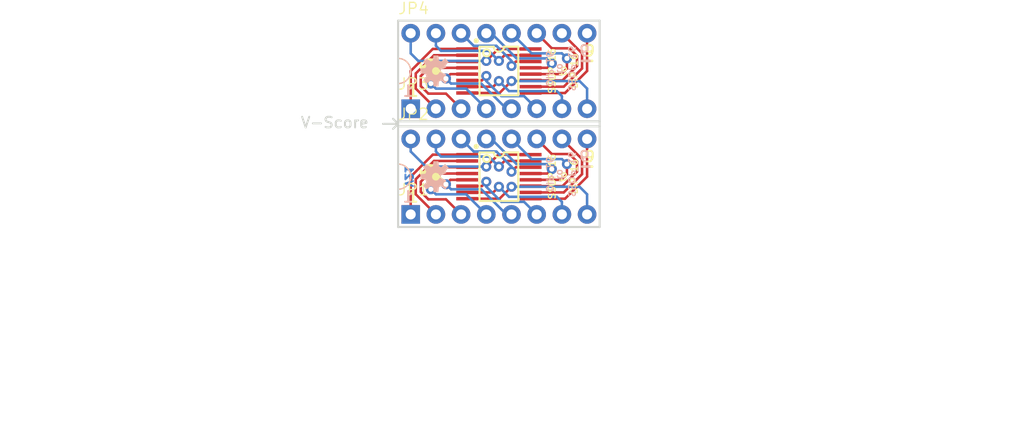
<source format=kicad_pcb>
(kicad_pcb (version 20211014) (generator pcbnew)
  (layers (0 "F.Cu" signal) (31 "B.Cu" signal) (34 "B.Paste" user) (35 "F.Paste" user) (36 "B.SilkS" user "B.Silkscreen") (37 "F.SilkS" user "F.Silkscreen") (38 "B.Mask" user) (39 "F.Mask" user) (44 "Edge.Cuts" user))
  (net 0 "")
  (net 1 "N$9")
  (net 2 "N$10")
  (net 3 "N$11")
  (net 4 "N$12")
  (net 5 "N$13")
  (net 6 "N$14")
  (net 7 "N$15")
  (net 8 "N$16")
  (net 9 "N$1")
  (net 10 "N$2")
  (net 11 "N$3")
  (net 12 "N$4")
  (net 13 "N$5")
  (net 14 "N$6")
  (net 15 "N$7")
  (net 16 "N$8")
  (net 17 "N$17")
  (net 18 "N$18")
  (net 19 "N$19")
  (net 20 "N$20")
  (net 21 "N$21")
  (net 22 "N$22")
  (net 23 "N$23")
  (net 24 "N$24")
  (net 25 "N$25")
  (net 26 "N$26")
  (net 27 "N$27")
  (net 28 "N$28")
  (net 29 "N$29")
  (net 30 "N$30")
  (net 31 "N$31")
  (net 32 "N$32")
  (footprint "boardEagle:1X08_NO_SILK" (layer "F.Cu") (at 140.3731 106.5276)
    (fp_text reference "JP2" (at -1.3462 -1.8288) (layer "F.SilkS") (effects (font (size 1.143 1.143) (thickness 0.127)) (justify left bottom)))
    (fp_text value "")
    (pad "1" thru_hole circle (at 0 0 90) (size 1.8796 1.8796) (drill 1.016) (layers *.Cu *.Mask) (net 1 "N$9"))
    (pad "2" thru_hole circle (at 2.54 0 90) (size 1.8796 1.8796) (drill 1.016) (layers *.Cu *.Mask) (net 2 "N$10"))
    (pad "3" thru_hole circle (at 5.08 0 90) (size 1.8796 1.8796) (drill 1.016) (layers *.Cu *.Mask) (net 3 "N$11"))
    (pad "4" thru_hole circle (at 7.62 0 90) (size 1.8796 1.8796) (drill 1.016) (layers *.Cu *.Mask) (net 4 "N$12"))
    (pad "5" thru_hole circle (at 10.16 0 90) (size 1.8796 1.8796) (drill 1.016) (layers *.Cu *.Mask) (net 5 "N$13"))
    (pad "6" thru_hole circle (at 12.7 0 90) (size 1.8796 1.8796) (drill 1.016) (layers *.Cu *.Mask) (net 6 "N$14"))
    (pad "7" thru_hole circle (at 15.24 0 90) (size 1.8796 1.8796) (drill 1.016) (layers *.Cu *.Mask) (net 7 "N$15"))
    (pad "8" thru_hole circle (at 17.78 0 90) (size 1.8796 1.8796) (drill 1.016) (layers *.Cu *.Mask) (net 8 "N$16"))
  )
  (footprint "boardEagle:SFE_LOGO_FLAME_.1" (layer "F.Cu") (at 144.1831 100.4316 90)
    (fp_text reference "LOGO2" hide)
    (fp_text value "SFE_LOGO_FLAME.1_INCH" hide)
    (fp_poly (pts (xy 1.412844 -2.906175) (xy 1.560112 -2.832541) (xy 1.605026 -2.798855) (xy 1.681982 -2.7219) (xy 1.571006 -2.7219) (xy 1.551005 -2.7319) (xy 1.504689 -2.7319) (xy 1.468361 -2.722818) (xy 1.422477 -2.713641) (xy 1.39011 -2.697457) (xy 1.358081 -2.673436) (xy 1.343019 -2.650843) (xy 1.335288 -2.635381) (xy 1.3281 -2.613817) (xy 1.3281 -2.564689) (xy 1.335361 -2.535643) (xy 1.369607 -2.484275) (xy 1.425028 -2.428854) (xy 1.462016 -2.401113) (xy 1.489157 -2.383019) (xy 1.523301 -2.365947) (xy 1.594689 -2.3481) (xy 1.613817 -2.3481) (xy 1.629419 -2.353301) (xy 1.648687 -2.372569) (xy 1.654712 -2.384619) (xy 1.6619 -2.406183) (xy 1.6619 -2.558742) (xy 1.804838 -2.469406) (xy 1.890505 -2.373031) (xy 1.964662 -2.256498) (xy 2.016968 -2.099579) (xy 2.048309 -1.932428) (xy 2.037811 -1.753974) (xy 1.985628 -1.555678) (xy 1.881878 -1.368928) (xy 1.808618 -1.274737) (xy 1.726044 -1.192162) (xy 1.642524 -1.119083) (xy 1.536984 -1.055759) (xy 1.432127 -1.013816) (xy 1.318165 -0.982735) (xy 1.193153 -0.9619) (xy 1.003156 -0.9619) (xy 0.953397 -0.953607) (xy 0.863627 -0.899745) (xy 0.767974 -0.804092) (xy 0.647975 -0.664094) (xy 0.528159 -0.544277) (xy 0.478163 -0.484281) (xy 0.430255 -0.436373) (xy 0.400257 -0.386376) (xy 0.2819 -0.268018) (xy 0.2819 -1.732372) (xy 0.292559 -1.817641) (xy 0.314746 -1.895296) (xy 0.380852 -2.005474) (xy 0.436664 -2.050123) (xy 0.481171 -2.083503) (xy 0.539098 -2.106674) (xy 0.59313 -2.117481) (xy 0.656847 -2.1281) (xy 0.788994 -2.1281) (xy 0.884319 -2.080438) (xy 0.832569 -2.028687) (xy 0.784617 -2.004711) (xy 0.760581 -1.996699) (xy 0.713301 -1.949419) (xy 0.7081 -1.933817) (xy 0.7081 -1.906183) (xy 0.714532 -1.886888) (xy 0.729607 -1.864275) (xy 0.781412 -1.81247) (xy 0.820903 -1.796674) (xy 0.863772 -1.7881) (xy 0.935311 -1.7881) (xy 1.004357 -1.805361) (xy 1.053944 -1.83842) (xy 1.086004 -1.878495) (xy 1.1019 -1.926183) (xy 1.1019 -1.983091) (xy 1.077224 -2.048894) (xy 1.012268 -2.113851) (xy 0.931425 -2.204799) (xy 0.858661 -2.287958) (xy 0.804008 -2.386334) (xy 0.7819 -2.485818) (xy 0.7819 -2.576183) (xy 0.815289 -2.676349) (xy 0.871274 -2.765925) (xy 0.969046 -2.84197) (xy 1.087145 -2.906387) (xy 1.206565 -2.9281) (xy 1.314182 -2.9281)) (layer "F.SilkS") (width 0) (fill solid))
  )
  (footprint "boardEagle:1X08_NO_SILK" (layer "F.Cu") (at 140.3731 95.8596)
    (fp_text reference "JP4" (at -1.3462 -1.8288) (layer "F.SilkS") (effects (font (size 1.143 1.143) (thickness 0.127)) (justify left bottom)))
    (fp_text value "")
    (pad "1" thru_hole circle (at 0 0 90) (size 1.8796 1.8796) (drill 1.016) (layers *.Cu *.Mask) (net 17 "N$17"))
    (pad "2" thru_hole circle (at 2.54 0 90) (size 1.8796 1.8796) (drill 1.016) (layers *.Cu *.Mask) (net 18 "N$18"))
    (pad "3" thru_hole circle (at 5.08 0 90) (size 1.8796 1.8796) (drill 1.016) (layers *.Cu *.Mask) (net 19 "N$19"))
    (pad "4" thru_hole circle (at 7.62 0 90) (size 1.8796 1.8796) (drill 1.016) (layers *.Cu *.Mask) (net 20 "N$20"))
    (pad "5" thru_hole circle (at 10.16 0 90) (size 1.8796 1.8796) (drill 1.016) (layers *.Cu *.Mask) (net 21 "N$21"))
    (pad "6" thru_hole circle (at 12.7 0 90) (size 1.8796 1.8796) (drill 1.016) (layers *.Cu *.Mask) (net 22 "N$22"))
    (pad "7" thru_hole circle (at 15.24 0 90) (size 1.8796 1.8796) (drill 1.016) (layers *.Cu *.Mask) (net 23 "N$23"))
    (pad "8" thru_hole circle (at 17.78 0 90) (size 1.8796 1.8796) (drill 1.016) (layers *.Cu *.Mask) (net 24 "N$24"))
  )
  (footprint "boardEagle:1X08_PIN1_NO_SILK" (layer "F.Cu") (at 140.3731 114.1476)
    (fp_text reference "JP1" (at -1.3462 -1.8288) (layer "F.SilkS") (effects (font (size 1.143 1.143) (thickness 0.127)) (justify left bottom)))
    (fp_text value "")
    (pad "1" thru_hole rect (at 0 0 90) (size 1.8796 1.8796) (drill 1.016) (layers *.Cu *.Mask) (net 9 "N$1"))
    (pad "2" thru_hole circle (at 2.54 0 90) (size 1.8796 1.8796) (drill 1.016) (layers *.Cu *.Mask) (net 10 "N$2"))
    (pad "3" thru_hole circle (at 5.08 0 90) (size 1.8796 1.8796) (drill 1.016) (layers *.Cu *.Mask) (net 11 "N$3"))
    (pad "4" thru_hole circle (at 7.62 0 90) (size 1.8796 1.8796) (drill 1.016) (layers *.Cu *.Mask) (net 12 "N$4"))
    (pad "5" thru_hole circle (at 10.16 0 90) (size 1.8796 1.8796) (drill 1.016) (layers *.Cu *.Mask) (net 13 "N$5"))
    (pad "6" thru_hole circle (at 12.7 0 90) (size 1.8796 1.8796) (drill 1.016) (layers *.Cu *.Mask) (net 14 "N$6"))
    (pad "7" thru_hole circle (at 15.24 0 90) (size 1.8796 1.8796) (drill 1.016) (layers *.Cu *.Mask) (net 15 "N$7"))
    (pad "8" thru_hole circle (at 17.78 0 90) (size 1.8796 1.8796) (drill 1.016) (layers *.Cu *.Mask) (net 16 "N$8"))
  )
  (footprint "boardEagle:SFE_LOGO_FLAME_.1" (layer "F.Cu") (at 144.1831 111.0996 90)
    (fp_text reference "LOGO1" hide)
    (fp_text value "SFE_LOGO_FLAME.1_INCH" hide)
    (fp_poly (pts (xy 1.412844 -2.906175) (xy 1.560112 -2.832541) (xy 1.605026 -2.798855) (xy 1.681982 -2.7219) (xy 1.571006 -2.7219) (xy 1.551005 -2.7319) (xy 1.504689 -2.7319) (xy 1.468361 -2.722818) (xy 1.422477 -2.713641) (xy 1.39011 -2.697457) (xy 1.358081 -2.673436) (xy 1.343019 -2.650843) (xy 1.335288 -2.635381) (xy 1.3281 -2.613817) (xy 1.3281 -2.564689) (xy 1.335361 -2.535643) (xy 1.369607 -2.484275) (xy 1.425028 -2.428854) (xy 1.462016 -2.401113) (xy 1.489157 -2.383019) (xy 1.523301 -2.365947) (xy 1.594689 -2.3481) (xy 1.613817 -2.3481) (xy 1.629419 -2.353301) (xy 1.648687 -2.372569) (xy 1.654712 -2.384619) (xy 1.6619 -2.406183) (xy 1.6619 -2.558742) (xy 1.804838 -2.469406) (xy 1.890505 -2.373031) (xy 1.964662 -2.256498) (xy 2.016968 -2.099579) (xy 2.048309 -1.932428) (xy 2.037811 -1.753974) (xy 1.985628 -1.555678) (xy 1.881878 -1.368928) (xy 1.808618 -1.274737) (xy 1.726044 -1.192162) (xy 1.642524 -1.119083) (xy 1.536984 -1.055759) (xy 1.432127 -1.013816) (xy 1.318165 -0.982735) (xy 1.193153 -0.9619) (xy 1.003156 -0.9619) (xy 0.953397 -0.953607) (xy 0.863627 -0.899745) (xy 0.767974 -0.804092) (xy 0.647975 -0.664094) (xy 0.528159 -0.544277) (xy 0.478163 -0.484281) (xy 0.430255 -0.436373) (xy 0.400257 -0.386376) (xy 0.2819 -0.268018) (xy 0.2819 -1.732372) (xy 0.292559 -1.817641) (xy 0.314746 -1.895296) (xy 0.380852 -2.005474) (xy 0.436664 -2.050123) (xy 0.481171 -2.083503) (xy 0.539098 -2.106674) (xy 0.59313 -2.117481) (xy 0.656847 -2.1281) (xy 0.788994 -2.1281) (xy 0.884319 -2.080438) (xy 0.832569 -2.028687) (xy 0.784617 -2.004711) (xy 0.760581 -1.996699) (xy 0.713301 -1.949419) (xy 0.7081 -1.933817) (xy 0.7081 -1.906183) (xy 0.714532 -1.886888) (xy 0.729607 -1.864275) (xy 0.781412 -1.81247) (xy 0.820903 -1.796674) (xy 0.863772 -1.7881) (xy 0.935311 -1.7881) (xy 1.004357 -1.805361) (xy 1.053944 -1.83842) (xy 1.086004 -1.878495) (xy 1.1019 -1.926183) (xy 1.1019 -1.983091) (xy 1.077224 -2.048894) (xy 1.012268 -2.113851) (xy 0.931425 -2.204799) (xy 0.858661 -2.287958) (xy 0.804008 -2.386334) (xy 0.7819 -2.485818) (xy 0.7819 -2.576183) (xy 0.815289 -2.676349) (xy 0.871274 -2.765925) (xy 0.969046 -2.84197) (xy 1.087145 -2.906387) (xy 1.206565 -2.9281) (xy 1.314182 -2.9281)) (layer "F.SilkS") (width 0) (fill solid))
  )
  (footprint "boardEagle:CREATIVE_COMMONS" (layer "F.Cu") (at 119.2911 136.2456)
    (fp_text reference "FRAME1" hide)
    (fp_text value "FRAME-LETTER" hide)
  )
  (footprint "boardEagle:SSOP16" (layer "F.Cu") (at 149.2631 110.3376 -90)
    (fp_text reference "U1" (at -1.8 -0.9 -90) (layer "F.SilkS") (effects (font (size 0.280416 0.280416) (thickness 0.024384)) (justify left bottom)))
    (fp_text value "SSOP16")
    (fp_line (start 2.45 1.95) (end -2.45 1.95) (layer "F.SilkS") (width 0.2032))
    (fp_line (start 2.45 -1.95) (end -2.45 -1.95) (layer "F.SilkS") (width 0.2032))
    (fp_line (start 2.45 -1.95) (end 2.45 1.95) (layer "F.SilkS") (width 0.2032))
    (fp_line (start -2.45 -1.95) (end -2.45 -0.508) (layer "F.SilkS") (width 0.2032))
    (fp_line (start -2.45 0.508) (end -2.45 1.95) (layer "F.SilkS") (width 0.2032))
    (fp_arc (start -2.45 -0.508) (mid -1.942 0) (end -2.45 0.508) (layer "F.SilkS") (width 0.2032))
    (fp_circle (center -3.048 2.286) (end -2.921 2.286) (layer "F.SilkS") (width 0.254) (fill solid))
    (fp_circle (center -1.82 1.23) (end -1.4662 1.23) (layer "F.SilkS") (width 0.2032) (fill none))
    (pad "P$1" smd rect (at -2.2225 3.2 270) (size 0.35 2.2) (layers "F.Cu" "F.Paste" "F.Mask") (net 9 "N$1"))
    (pad "P$2" smd rect (at -1.5875 3.2 270) (size 0.35 2.2) (layers "F.Cu" "F.Paste" "F.Mask") (net 10 "N$2"))
    (pad "P$3" smd rect (at -0.9525 3.2 270) (size 0.35 2.2) (layers "F.Cu" "F.Paste" "F.Mask") (net 11 "N$3"))
    (pad "P$4" smd rect (at -0.3175 3.2 270) (size 0.35 2.2) (layers "F.Cu" "F.Paste" "F.Mask") (net 12 "N$4"))
    (pad "P$5" smd rect (at 0.3175 3.2 270) (size 0.35 2.2) (layers "F.Cu" "F.Paste" "F.Mask") (net 13 "N$5"))
    (pad "P$6" smd rect (at 0.9525 3.2 270) (size 0.35 2.2) (layers "F.Cu" "F.Paste" "F.Mask") (net 14 "N$6"))
    (pad "P$7" smd rect (at 1.5875 3.2 270) (size 0.35 2.2) (layers "F.Cu" "F.Paste" "F.Mask") (net 15 "N$7"))
    (pad "P$8" smd rect (at 2.2225 3.2 270) (size 0.35 2.2) (layers "F.Cu" "F.Paste" "F.Mask") (net 16 "N$8"))
    (pad "P$9" smd rect (at 2.2225 -3.2 90) (size 0.35 2.2) (layers "F.Cu" "F.Paste" "F.Mask") (net 8 "N$16"))
    (pad "P$10" smd rect (at 1.5875 -3.2 90) (size 0.35 2.2) (layers "F.Cu" "F.Paste" "F.Mask") (net 7 "N$15"))
    (pad "P$11" smd rect (at 0.9525 -3.2 90) (size 0.35 2.2) (layers "F.Cu" "F.Paste" "F.Mask") (net 6 "N$14"))
    (pad "P$12" smd rect (at 0.3175 -3.2 90) (size 0.35 2.2) (layers "F.Cu" "F.Paste" "F.Mask") (net 5 "N$13"))
    (pad "P$13" smd rect (at -0.3175 -3.2 90) (size 0.35 2.2) (layers "F.Cu" "F.Paste" "F.Mask") (net 4 "N$12"))
    (pad "P$14" smd rect (at -0.9525 -3.2 90) (size 0.35 2.2) (layers "F.Cu" "F.Paste" "F.Mask") (net 3 "N$11"))
    (pad "P$15" smd rect (at -1.5875 -3.2 90) (size 0.35 2.2) (layers "F.Cu" "F.Paste" "F.Mask") (net 2 "N$10"))
    (pad "P$16" smd rect (at -2.2225 -3.2 90) (size 0.35 2.2) (layers "F.Cu" "F.Paste" "F.Mask") (net 1 "N$9"))
  )
  (footprint "boardEagle:1X08_PIN1_NO_SILK" (layer "F.Cu") (at 140.3731 103.4796)
    (fp_text reference "JP3" (at -1.3462 -1.8288) (layer "F.SilkS") (effects (font (size 1.143 1.143) (thickness 0.127)) (justify left bottom)))
    (fp_text value "")
    (pad "1" thru_hole rect (at 0 0 90) (size 1.8796 1.8796) (drill 1.016) (layers *.Cu *.Mask) (net 25 "N$25"))
    (pad "2" thru_hole circle (at 2.54 0 90) (size 1.8796 1.8796) (drill 1.016) (layers *.Cu *.Mask) (net 26 "N$26"))
    (pad "3" thru_hole circle (at 5.08 0 90) (size 1.8796 1.8796) (drill 1.016) (layers *.Cu *.Mask) (net 27 "N$27"))
    (pad "4" thru_hole circle (at 7.62 0 90) (size 1.8796 1.8796) (drill 1.016) (layers *.Cu *.Mask) (net 28 "N$28"))
    (pad "5" thru_hole circle (at 10.16 0 90) (size 1.8796 1.8796) (drill 1.016) (layers *.Cu *.Mask) (net 29 "N$29"))
    (pad "6" thru_hole circle (at 12.7 0 90) (size 1.8796 1.8796) (drill 1.016) (layers *.Cu *.Mask) (net 30 "N$30"))
    (pad "7" thru_hole circle (at 15.24 0 90) (size 1.8796 1.8796) (drill 1.016) (layers *.Cu *.Mask) (net 31 "N$31"))
    (pad "8" thru_hole circle (at 17.78 0 90) (size 1.8796 1.8796) (drill 1.016) (layers *.Cu *.Mask) (net 32 "N$32"))
  )
  (footprint "boardEagle:SSOP16" (layer "F.Cu") (at 149.2631 99.6696 -90)
    (fp_text reference "U2" (at -1.8 -0.9 -90) (layer "F.SilkS") (effects (font (size 0.280416 0.280416) (thickness 0.024384)) (justify left bottom)))
    (fp_text value "SSOP16")
    (fp_line (start -2.45 -1.95) (end -2.45 -0.508) (layer "F.SilkS") (width 0.2032))
    (fp_line (start 2.45 1.95) (end -2.45 1.95) (layer "F.SilkS") (width 0.2032))
    (fp_line (start 2.45 -1.95) (end 2.45 1.95) (layer "F.SilkS") (width 0.2032))
    (fp_line (start -2.45 0.508) (end -2.45 1.95) (layer "F.SilkS") (width 0.2032))
    (fp_line (start 2.45 -1.95) (end -2.45 -1.95) (layer "F.SilkS") (width 0.2032))
    (fp_arc (start -2.45 -0.508) (mid -1.942 0) (end -2.45 0.508) (layer "F.SilkS") (width 0.2032))
    (fp_circle (center -1.82 1.23) (end -1.4662 1.23) (layer "F.SilkS") (width 0.2032) (fill none))
    (fp_circle (center -3.048 2.286) (end -2.921 2.286) (layer "F.SilkS") (width 0.254) (fill solid))
    (pad "P$1" smd rect (at -2.2225 3.2 270) (size 0.35 2.2) (layers "F.Cu" "F.Paste" "F.Mask") (net 25 "N$25"))
    (pad "P$2" smd rect (at -1.5875 3.2 270) (size 0.35 2.2) (layers "F.Cu" "F.Paste" "F.Mask") (net 26 "N$26"))
    (pad "P$3" smd rect (at -0.9525 3.2 270) (size 0.35 2.2) (layers "F.Cu" "F.Paste" "F.Mask") (net 27 "N$27"))
    (pad "P$4" smd rect (at -0.3175 3.2 270) (size 0.35 2.2) (layers "F.Cu" "F.Paste" "F.Mask") (net 28 "N$28"))
    (pad "P$5" smd rect (at 0.3175 3.2 270) (size 0.35 2.2) (layers "F.Cu" "F.Paste" "F.Mask") (net 29 "N$29"))
    (pad "P$6" smd rect (at 0.9525 3.2 270) (size 0.35 2.2) (layers "F.Cu" "F.Paste" "F.Mask") (net 30 "N$30"))
    (pad "P$7" smd rect (at 1.5875 3.2 270) (size 0.35 2.2) (layers "F.Cu" "F.Paste" "F.Mask") (net 31 "N$31"))
    (pad "P$8" smd rect (at 2.2225 3.2 270) (size 0.35 2.2) (layers "F.Cu" "F.Paste" "F.Mask") (net 32 "N$32"))
    (pad "P$9" smd rect (at 2.2225 -3.2 90) (size 0.35 2.2) (layers "F.Cu" "F.Paste" "F.Mask") (net 24 "N$24"))
    (pad "P$10" smd rect (at 1.5875 -3.2 90) (size 0.35 2.2) (layers "F.Cu" "F.Paste" "F.Mask") (net 23 "N$23"))
    (pad "P$11" smd rect (at 0.9525 -3.2 90) (size 0.35 2.2) (layers "F.Cu" "F.Paste" "F.Mask") (net 22 "N$22"))
    (pad "P$12" smd rect (at 0.3175 -3.2 90) (size 0.35 2.2) (layers "F.Cu" "F.Paste" "F.Mask") (net 21 "N$21"))
    (pad "P$13" smd rect (at -0.3175 -3.2 90) (size 0.35 2.2) (layers "F.Cu" "F.Paste" "F.Mask") (net 20 "N$20"))
    (pad "P$14" smd rect (at -0.9525 -3.2 90) (size 0.35 2.2) (layers "F.Cu" "F.Paste" "F.Mask") (net 19 "N$19"))
    (pad "P$15" smd rect (at -1.5875 -3.2 90) (size 0.35 2.2) (layers "F.Cu" "F.Paste" "F.Mask") (net 18 "N$18"))
    (pad "P$16" smd rect (at -2.2225 -3.2 90) (size 0.35 2.2) (layers "F.Cu" "F.Paste" "F.Mask") (net 17 "N$17"))
  )
  (footprint "boardEagle:OSHW-LOGO-S" (layer "B.Cu") (at 142.9131 110.3376 -90)
    (fp_text reference "LOGO3" hide)
    (fp_text value "OSHW-LOGOS" hide)
    (fp_poly (pts (xy 0.301647 1.061351) (xy 0.42347 1.022344) (xy 0.537177 0.963769) (xy 0.92862 1.282946) (xy 1.282946 0.92862) (xy 0.961035 0.533823) (xy 1.057046 0.302084) (xy 1.5638 0.250561) (xy 1.5638 -0.250561) (xy 1.057046 -0.302084) (xy 0.961035 -0.533823) (xy 1.282946 -0.92862) (xy 0.92862 -1.282946) (xy 0.537177 -0.96377) (xy 0.356601 -1.056794) (xy 0.088679 -0.410073) (xy 0.326262 -0.2176) (xy 0.373649 -0.121468) (xy 0.392729 -0.010339) (xy 0.379464 0.101634) (xy 0.334947 0.205229) (xy 0.262842 0.291918) (xy 0.169087 0.354561) (xy 0.061406 0.387999) (xy -0.051342 0.38948) (xy -0.159868 0.358881) (xy -0.255234 0.298724) (xy -0.329589 0.213962) (xy -0.376813 0.111569) (xy -0.392176 0.005767) (xy -0.322923 -0.222565) (xy -0.249312 -0.303773) (xy 0.091677 -0.5081) (xy -0.12929 -0.5081) (xy -0.355332 -1.053732) (xy -0.506597 -0.983577) (xy -0.538922 -0.965192) (xy -0.92862 -1.282946) (xy -1.282946 -0.92862) (xy -0.961035 -0.533823) (xy -1.057046 -0.302084) (xy -1.5638 -0.250561) (xy -1.5638 0.250561) (xy -1.057046 0.302084) (xy -0.961035 0.533823) (xy -1.282946 0.92862) (xy -0.92862 1.282946) (xy -0.533823 0.961035) (xy -0.302084 1.057046) (xy -0.250561 1.5638) (xy 0.250561 1.5638)) (layer "B.SilkS") (width 0) (fill solid))
  )
  (footprint "boardEagle:OSHW-LOGO-S" (layer "B.Cu") (at 142.9131 99.6696 -90)
    (fp_text reference "LOGO4" hide)
    (fp_text value "OSHW-LOGOS" hide)
    (fp_poly (pts (xy 0.301647 1.061351) (xy 0.42347 1.022344) (xy 0.537177 0.963769) (xy 0.92862 1.282946) (xy 1.282946 0.92862) (xy 0.961035 0.533823) (xy 1.057046 0.302084) (xy 1.5638 0.250561) (xy 1.5638 -0.250561) (xy 1.057046 -0.302084) (xy 0.961035 -0.533823) (xy 1.282946 -0.92862) (xy 0.92862 -1.282946) (xy 0.537177 -0.96377) (xy 0.356601 -1.056794) (xy 0.088679 -0.410073) (xy 0.326262 -0.2176) (xy 0.373649 -0.121468) (xy 0.392729 -0.010339) (xy 0.379464 0.101634) (xy 0.334947 0.205229) (xy 0.262842 0.291918) (xy 0.169087 0.354561) (xy 0.061406 0.387999) (xy -0.051342 0.38948) (xy -0.159868 0.358881) (xy -0.255234 0.298724) (xy -0.329589 0.213962) (xy -0.376813 0.111569) (xy -0.392176 0.005767) (xy -0.322923 -0.222565) (xy -0.249312 -0.303773) (xy 0.091677 -0.5081) (xy -0.12929 -0.5081) (xy -0.355332 -1.053732) (xy -0.506597 -0.983577) (xy -0.538922 -0.965192) (xy -0.92862 -1.282946) (xy -1.282946 -0.92862) (xy -0.961035 -0.533823) (xy -1.057046 -0.302084) (xy -1.5638 -0.250561) (xy -1.5638 0.250561) (xy -1.057046 0.302084) (xy -0.961035 0.533823) (xy -1.282946 0.92862) (xy -0.92862 1.282946) (xy -0.533823 0.961035) (xy -0.302084 1.057046) (xy -0.250561 1.5638) (xy 0.250561 1.5638)) (layer "B.SilkS") (width 0) (fill solid))
  )
  (gr_arc (start 139.1031 109.0676) (mid 140.3731 110.3376) (end 139.1031 111.6076) (layer "B.SilkS") (width 0.127))
  (gr_line (start 158.4071 109.3216) (end 157.6451 109.3216) (layer "B.SilkS") (width 0.254))
  (gr_line (start 158.4071 98.6536) (end 157.6451 98.6536) (layer "B.SilkS") (width 0.254))
  (gr_arc (start 139.1031 98.3996) (mid 140.3731 99.6696) (end 139.1031 100.9396) (layer "B.SilkS") (width 0.127))
  (gr_arc (start 139.1031 109.0676) (mid 140.3731 110.3376) (end 139.1031 111.6076) (layer "F.SilkS") (width 0.127))
  (gr_line (start 157.8991 98.6536) (end 158.6611 98.6536) (layer "F.SilkS") (width 0.254))
  (gr_arc (start 139.1031 98.3996) (mid 140.3731 99.6696) (end 139.1031 100.9396) (layer "F.SilkS") (width 0.127))
  (gr_line (start 157.8991 109.3216) (end 158.6611 109.3216) (layer "F.SilkS") (width 0.254))
  (gr_line (start 159.4231 115.4176) (end 159.4231 105.2576) (layer "Edge.Cuts") (width 0.2032))
  (gr_line (start 139.1031 104.7496) (end 139.1031 105.0036) (layer "Edge.Cuts") (width 0.2032))
  (gr_line (start 137.5791 105.0036) (end 139.1031 105.0036) (layer "Edge.Cuts") (width 0.2032))
  (gr_line (start 159.4231 104.7496) (end 139.1031 104.7496) (layer "Edge.Cuts") (width 0.2032))
  (gr_line (start 139.1031 105.0036) (end 138.5951 105.5116) (layer "Edge.Cuts") (width 0.2032))
  (gr_line (start 139.1031 105.0036) (end 139.1031 105.2576) (layer "Edge.Cuts") (width 0.2032))
  (gr_line (start 159.4231 104.7496) (end 159.4231 94.5896) (layer "Edge.Cuts") (width 0.2032))
  (gr_line (start 138.5951 104.4956) (end 139.1031 105.0036) (layer "Edge.Cuts") (width 0.2032))
  (gr_line (start 159.4231 94.5896) (end 139.1031 94.5896) (layer "Edge.Cuts") (width 0.2032))
  (gr_line (start 139.1031 105.2576) (end 139.1031 115.4176) (layer "Edge.Cuts") (width 0.2032))
  (gr_line (start 159.4231 104.7496) (end 159.4231 105.2576) (layer "Edge.Cuts") (width 0.2032))
  (gr_line (start 139.1031 104.7496) (end 139.1031 94.5896) (layer "Edge.Cuts") (width 0.2032))
  (gr_line (start 159.4231 105.2576) (end 139.1031 105.2576) (layer "Edge.Cuts") (width 0.2032))
  (gr_line (start 139.1031 115.4176) (end 159.4231 115.4176) (layer "Edge.Cuts") (width 0.2032))
  (gr_text "V21" (at 139.7381 111.4806 -90) (layer "B.Cu") (effects (font (size 0.762 0.762) (thickness 0.254)) (justify left bottom mirror)))
  (gr_text "SSOP 16\nto\nDIP 16" (at 155.4861 110.0836 -90) (layer "B.SilkS") (effects (font (size 0.69088 0.69088) (thickness 0.12192)) (justify mirror)))
  (gr_text "1" (at 140.7541 113.0046) (layer "B.SilkS") (effects (font (size 1.0795 1.0795) (thickness 0.1905)) (justify left bottom mirror)))
  (gr_text "9" (at 158.5341 108.9406) (layer "B.SilkS") (effects (font (size 1.0795 1.0795) (thickness 0.1905)) (justify left bottom mirror)))
  (gr_text "SSOP 16\nto\nDIP 16" (at 155.4861 99.4156 -90) (layer "B.SilkS") (effects (font (size 0.69088 0.69088) (thickness 0.12192)) (justify mirror)))
  (gr_text "9" (at 158.5341 98.2726) (layer "B.SilkS") (effects (font (size 1.0795 1.0795) (thickness 0.1905)) (justify left bottom mirror)))
  (gr_text "1" (at 140.7541 102.3366) (layer "B.SilkS") (effects (font (size 1.0795 1.0795) (thickness 0.1905)) (justify left bottom mirror)))
  (gr_text "1" (at 139.9921 102.3366) (layer "F.SilkS") (effects (font (size 1.0795 1.0795) (thickness 0.1905)) (justify left bottom)))
  (gr_text "SSOP 16\nto\nDIP 16" (at 155.7401 99.6696 90) (layer "F.SilkS") (effects (font (size 0.69088 0.69088) (thickness 0.12192))))
  (gr_text "1" (at 139.9921 113.0046) (layer "F.SilkS") (effects (font (size 1.0795 1.0795) (thickness 0.1905)) (justify left bottom)))
  (gr_text "9" (at 157.7721 108.9406) (layer "F.SilkS") (effects (font (size 1.0795 1.0795) (thickness 0.1905)) (justify left bottom)))
  (gr_text "SSOP 16\nto\nDIP 16" (at 155.7401 110.3376 90) (layer "F.SilkS") (effects (font (size 0.69088 0.69088) (thickness 0.12192))))
  (gr_text "9" (at 157.7721 98.2726) (layer "F.SilkS") (effects (font (size 1.0795 1.0795) (thickness 0.1905)) (justify left bottom)))
  (gr_text "V-Score" (at 129.1971 105.5116) (layer "Edge.Cuts") (effects (font (size 1.0795 1.0795) (thickness 0.1905)) (justify left bottom)))
  (segment (start 152.4631 108.1151) (end 149.1996 108.1151) (width 0.254) (layer "F.Cu") (net 1))
  (segment (start 149.1996 108.1151) (end 147.9931 109.3216) (width 0.254) (layer "F.Cu") (net 1))
  (via (at 147.9931 109.3216) (size 1.016) (drill 0.508) (layers "F.Cu" "B.Cu") (net 1))
  (segment (start 147.9931 109.3216) (end 141.8971 109.3216) (width 0.254) (layer "B.Cu") (net 1))
  (segment (start 140.3731 107.7976) (end 140.3731 106.5276) (width 0.254) (layer "B.Cu") (net 1))
  (segment (start 141.8971 109.3216) (end 140.3731 107.7976) (width 0.254) (layer "B.Cu") (net 1))
  (segment (start 149.8346 108.7501) (end 149.2631 109.3216) (width 0.254) (layer "F.Cu") (net 2))
  (segment (start 152.4631 108.7501) (end 149.8346 108.7501) (width 0.254) (layer "F.Cu") (net 2))
  (via (at 149.2631 109.3216) (size 1.016) (drill 0.508) (layers "F.Cu" "B.Cu") (net 2))
  (segment (start 148.2471 108.3056) (end 143.4211 108.3056) (width 0.254) (layer "B.Cu") (net 2))
  (segment (start 143.4211 108.3056) (end 142.9131 107.7976) (width 0.254) (layer "B.Cu") (net 2))
  (segment (start 149.2631 109.3216) (end 148.2471 108.3056) (width 0.254) (layer "B.Cu") (net 2))
  (segment (start 142.9131 107.7976) (end 142.9131 106.5276) (width 0.254) (layer "B.Cu") (net 2))
  (segment (start 150.9776 109.3851) (end 150.5331 109.8296) (width 0.254) (layer "F.Cu") (net 3))
  (segment (start 152.4631 109.3851) (end 150.9776 109.3851) (width 0.254) (layer "F.Cu") (net 3))
  (via (at 150.5331 109.8296) (size 1.016) (drill 0.508) (layers "F.Cu" "B.Cu") (net 3))
  (segment (start 149.0091 107.7976) (end 146.7231 107.7976) (width 0.254) (layer "B.Cu") (net 3))
  (segment (start 146.7231 107.7976) (end 145.4531 106.5276) (width 0.254) (layer "B.Cu") (net 3))
  (segment (start 150.5331 109.8296) (end 150.5331 109.3216) (width 0.254) (layer "B.Cu") (net 3))
  (segment (start 150.5331 109.3216) (end 149.0091 107.7976) (width 0.254) (layer "B.Cu") (net 3))
  (segment (start 152.4631 110.0201) (end 154.1526 110.0201) (width 0.254) (layer "F.Cu") (net 4))
  (segment (start 154.1526 110.0201) (end 154.5971 109.5756) (width 0.254) (layer "F.Cu") (net 4))
  (via (at 154.5971 109.5756) (size 1.016) (drill 0.508) (layers "F.Cu" "B.Cu") (net 4))
  (segment (start 154.0891 109.0676) (end 151.0411 109.0676) (width 0.254) (layer "B.Cu") (net 4))
  (segment (start 148.5011 106.5276) (end 147.9931 106.5276) (width 0.254) (layer "B.Cu") (net 4))
  (segment (start 154.5971 109.5756) (end 154.0891 109.0676) (width 0.254) (layer "B.Cu") (net 4))
  (segment (start 151.0411 109.0676) (end 148.5011 106.5276) (width 0.254) (layer "B.Cu") (net 4))
  (segment (start 155.5496 110.6551) (end 156.1211 110.0836) (width 0.254) (layer "F.Cu") (net 5))
  (segment (start 152.4631 110.6551) (end 155.5496 110.6551) (width 0.254) (layer "F.Cu") (net 5))
  (segment (start 156.1211 110.0836) (end 156.1211 109.0676) (width 0.254) (layer "F.Cu") (net 5))
  (via (at 156.1211 109.0676) (size 1.016) (drill 0.508) (layers "F.Cu" "B.Cu") (net 5))
  (segment (start 156.1211 109.0676) (end 155.6131 108.5596) (width 0.254) (layer "B.Cu") (net 5))
  (segment (start 152.5651 108.5596) (end 150.5331 106.5276) (width 0.254) (layer "B.Cu") (net 5))
  (segment (start 155.6131 108.5596) (end 152.5651 108.5596) (width 0.254) (layer "B.Cu") (net 5))
  (segment (start 157.1371 108.8136) (end 156.3751 108.0516) (width 0.254) (layer "F.Cu") (net 6))
  (segment (start 156.3751 108.0516) (end 154.5971 108.0516) (width 0.254) (layer "F.Cu") (net 6))
  (segment (start 154.5971 108.0516) (end 153.0731 106.5276) (width 0.254) (layer "F.Cu") (net 6))
  (segment (start 155.6766 111.2901) (end 157.1371 109.8296) (width 0.254) (layer "F.Cu") (net 6))
  (segment (start 157.1371 109.8296) (end 157.1371 108.8136) (width 0.254) (layer "F.Cu") (net 6))
  (segment (start 152.4631 111.2901) (end 155.6766 111.2901) (width 0.254) (layer "F.Cu") (net 6))
  (segment (start 152.4631 111.9251) (end 155.8036 111.9251) (width 0.254) (layer "F.Cu") (net 7))
  (segment (start 157.6451 108.5596) (end 155.6131 106.5276) (width 0.254) (layer "F.Cu") (net 7))
  (segment (start 155.8036 111.9251) (end 157.6451 110.0836) (width 0.254) (layer "F.Cu") (net 7))
  (segment (start 157.6451 110.0836) (end 157.6451 108.5596) (width 0.254) (layer "F.Cu") (net 7))
  (segment (start 155.9306 112.5601) (end 158.1531 110.3376) (width 0.254) (layer "F.Cu") (net 8))
  (segment (start 158.1531 106.5276) (end 158.1531 110.3376) (width 0.254) (layer "F.Cu") (net 8))
  (segment (start 152.4631 112.5601) (end 155.9306 112.5601) (width 0.254) (layer "F.Cu") (net 8))
  (segment (start 140.3731 110.3376) (end 140.3731 114.1476) (width 0.254) (layer "F.Cu") (net 9))
  (segment (start 146.0631 108.1151) (end 142.5956 108.1151) (width 0.254) (layer "F.Cu") (net 9))
  (segment (start 142.5956 108.1151) (end 140.3731 110.3376) (width 0.254) (layer "F.Cu") (net 9))
  (segment (start 142.7226 108.7501) (end 140.8811 110.5916) (width 0.254) (layer "F.Cu") (net 10))
  (segment (start 140.8811 110.5916) (end 140.8811 112.1156) (width 0.254) (layer "F.Cu") (net 10))
  (segment (start 146.0631 108.7501) (end 142.7226 108.7501) (width 0.254) (layer "F.Cu") (net 10))
  (segment (start 140.8811 112.1156) (end 142.9131 114.1476) (width 0.254) (layer "F.Cu") (net 10))
  (segment (start 143.9291 112.6236) (end 145.4531 114.1476) (width 0.254) (layer "F.Cu") (net 11))
  (segment (start 142.8496 109.3851) (end 141.3891 110.8456) (width 0.254) (layer "F.Cu") (net 11))
  (segment (start 146.0631 109.3851) (end 142.8496 109.3851) (width 0.254) (layer "F.Cu") (net 11))
  (segment (start 141.3891 110.8456) (end 141.3891 111.8616) (width 0.254) (layer "F.Cu") (net 11))
  (segment (start 142.1511 112.6236) (end 143.9291 112.6236) (width 0.254) (layer "F.Cu") (net 11))
  (segment (start 141.3891 111.8616) (end 142.1511 112.6236) (width 0.254) (layer "F.Cu") (net 11))
  (segment (start 142.9766 110.0201) (end 142.4051 110.5916) (width 0.254) (layer "F.Cu") (net 12))
  (segment (start 142.4051 111.6076) (end 142.4051 110.5916) (width 0.254) (layer "F.Cu") (net 12))
  (segment (start 146.0631 110.0201) (end 142.9766 110.0201) (width 0.254) (layer "F.Cu") (net 12))
  (via (at 142.4051 111.6076) (size 1.016) (drill 0.508) (layers "F.Cu" "B.Cu") (net 12))
  (segment (start 145.9611 112.1156) (end 142.9131 112.1156) (width 0.254) (layer "B.Cu") (net 12))
  (segment (start 147.9931 114.1476) (end 145.9611 112.1156) (width 0.254) (layer "B.Cu") (net 12))
  (segment (start 142.9131 112.1156) (end 142.4051 111.6076) (width 0.254) (layer "B.Cu") (net 12))
  (segment (start 144.3736 110.6551) (end 143.9291 111.0996) (width 0.254) (layer "F.Cu") (net 13))
  (segment (start 146.0631 110.6551) (end 144.3736 110.6551) (width 0.254) (layer "F.Cu") (net 13))
  (via (at 143.9291 111.0996) (size 1.016) (drill 0.508) (layers "F.Cu" "B.Cu") (net 13))
  (segment (start 147.4851 111.6076) (end 144.4371 111.6076) (width 0.254) (layer "B.Cu") (net 13))
  (segment (start 150.5331 114.1476) (end 150.0251 114.1476) (width 0.254) (layer "B.Cu") (net 13))
  (segment (start 144.4371 111.6076) (end 143.9291 111.0996) (width 0.254) (layer "B.Cu") (net 13))
  (segment (start 150.0251 114.1476) (end 147.4851 111.6076) (width 0.254) (layer "B.Cu") (net 13))
  (segment (start 146.0631 111.2901) (end 147.5486 111.2901) (width 0.254) (layer "F.Cu") (net 14))
  (segment (start 147.5486 111.2901) (end 147.9931 110.8456) (width 0.254) (layer "F.Cu") (net 14))
  (via (at 147.9931 110.8456) (size 1.016) (drill 0.508) (layers "F.Cu" "B.Cu") (net 14))
  (segment (start 151.8031 112.8776) (end 153.0731 114.1476) (width 0.254) (layer "B.Cu") (net 14))
  (segment (start 149.5171 112.8776) (end 151.8031 112.8776) (width 0.254) (layer "B.Cu") (net 14))
  (segment (start 147.9931 110.8456) (end 147.9931 111.3536) (width 0.254) (layer "B.Cu") (net 14))
  (segment (start 147.9931 111.3536) (end 149.5171 112.8776) (width 0.254) (layer "B.Cu") (net 14))
  (segment (start 146.0631 111.9251) (end 148.6916 111.9251) (width 0.254) (layer "F.Cu") (net 15))
  (segment (start 148.6916 111.9251) (end 149.2631 111.3536) (width 0.254) (layer "F.Cu") (net 15))
  (via (at 149.2631 111.3536) (size 1.016) (drill 0.508) (layers "F.Cu" "B.Cu") (net 15))
  (segment (start 155.6131 112.8776) (end 155.6131 114.1476) (width 0.254) (layer "B.Cu") (net 15))
  (segment (start 149.2631 111.3536) (end 150.2791 112.3696) (width 0.254) (layer "B.Cu") (net 15))
  (segment (start 150.2791 112.3696) (end 155.1051 112.3696) (width 0.254) (layer "B.Cu") (net 15))
  (segment (start 155.1051 112.3696) (end 155.6131 112.8776) (width 0.254) (layer "B.Cu") (net 15))
  (segment (start 150.5331 111.3536) (end 149.3266 112.5601) (width 0.254) (layer "F.Cu") (net 16))
  (segment (start 146.0631 112.5601) (end 149.3266 112.5601) (width 0.254) (layer "F.Cu") (net 16))
  (via (at 150.5331 111.3536) (size 1.016) (drill 0.508) (layers "F.Cu" "B.Cu") (net 16))
  (segment (start 150.5331 111.3536) (end 157.3911 111.3536) (width 0.254) (layer "B.Cu") (net 16))
  (segment (start 157.3911 111.3536) (end 158.1531 112.1156) (width 0.254) (layer "B.Cu") (net 16))
  (segment (start 158.1531 112.1156) (end 158.1531 114.1476) (width 0.254) (layer "B.Cu") (net 16))
  (segment (start 152.4631 97.4471) (end 149.1996 97.4471) (width 0.254) (layer "F.Cu") (net 17))
  (segment (start 149.1996 97.4471) (end 147.9931 98.6536) (width 0.254) (layer "F.Cu") (net 17))
  (via (at 147.9931 98.6536) (size 1.016) (drill 0.508) (layers "F.Cu" "B.Cu") (net 17))
  (segment (start 140.3731 97.8916) (end 140.3731 95.8596) (width 0.254) (layer "B.Cu") (net 17))
  (segment (start 147.9931 98.6536) (end 141.1351 98.6536) (width 0.254) (layer "B.Cu") (net 17))
  (segment (start 141.1351 98.6536) (end 140.3731 97.8916) (width 0.254) (layer "B.Cu") (net 17))
  (segment (start 149.8346 98.0821) (end 149.2631 98.6536) (width 0.254) (layer "F.Cu") (net 18))
  (segment (start 152.4631 98.0821) (end 149.8346 98.0821) (width 0.254) (layer "F.Cu") (net 18))
  (via (at 149.2631 98.6536) (size 1.016) (drill 0.508) (layers "F.Cu" "B.Cu") (net 18))
  (segment (start 148.2471 97.6376) (end 143.4211 97.6376) (width 0.254) (layer "B.Cu") (net 18))
  (segment (start 149.2631 98.6536) (end 148.2471 97.6376) (width 0.254) (layer "B.Cu") (net 18))
  (segment (start 142.9131 97.1296) (end 142.9131 95.8596) (width 0.254) (layer "B.Cu") (net 18))
  (segment (start 143.4211 97.6376) (end 142.9131 97.1296) (width 0.254) (layer "B.Cu") (net 18))
  (segment (start 152.4631 98.7171) (end 150.9776 98.7171) (width 0.254) (layer "F.Cu") (net 19))
  (segment (start 150.9776 98.7171) (end 150.5331 99.1616) (width 0.254) (layer "F.Cu") (net 19))
  (via (at 150.5331 99.1616) (size 1.016) (drill 0.508) (layers "F.Cu" "B.Cu") (net 19))
  (segment (start 146.7231 97.1296) (end 145.4531 95.8596) (width 0.254) (layer "B.Cu") (net 19))
  (segment (start 150.5331 99.1616) (end 150.5331 98.6536) (width 0.254) (layer "B.Cu") (net 19))
  (segment (start 149.0091 97.1296) (end 146.7231 97.1296) (width 0.254) (layer "B.Cu") (net 19))
  (segment (start 150.5331 98.6536) (end 149.0091 97.1296) (width 0.254) (layer "B.Cu") (net 19))
  (segment (start 154.1526 99.3521) (end 154.5971 98.9076) (width 0.254) (layer "F.Cu") (net 20))
  (segment (start 152.4631 99.3521) (end 154.1526 99.3521) (width 0.254) (layer "F.Cu") (net 20))
  (via (at 154.5971 98.9076) (size 1.016) (drill 0.508) (layers "F.Cu" "B.Cu") (net 20))
  (segment (start 154.0891 98.3996) (end 151.0411 98.3996) (width 0.254) (layer "B.Cu") (net 20))
  (segment (start 151.0411 98.3996) (end 148.5011 95.8596) (width 0.254) (layer "B.Cu") (net 20))
  (segment (start 148.5011 95.8596) (end 147.9931 95.8596) (width 0.254) (layer "B.Cu") (net 20))
  (segment (start 154.5971 98.9076) (end 154.0891 98.3996) (width 0.254) (layer "B.Cu") (net 20))
  (segment (start 152.4631 99.9871) (end 155.5496 99.9871) (width 0.254) (layer "F.Cu") (net 21))
  (segment (start 155.5496 99.9871) (end 156.1211 99.4156) (width 0.254) (layer "F.Cu") (net 21))
  (segment (start 156.1211 99.4156) (end 156.1211 98.3996) (width 0.254) (layer "F.Cu") (net 21))
  (via (at 156.1211 98.3996) (size 1.016) (drill 0.508) (layers "F.Cu" "B.Cu") (net 21))
  (segment (start 156.1211 98.3996) (end 155.6131 97.8916) (width 0.254) (layer "B.Cu") (net 21))
  (segment (start 155.6131 97.8916) (end 152.5651 97.8916) (width 0.254) (layer "B.Cu") (net 21))
  (segment (start 152.5651 97.8916) (end 150.5331 95.8596) (width 0.254) (layer "B.Cu") (net 21))
  (segment (start 152.4631 100.6221) (end 155.6766 100.6221) (width 0.254) (layer "F.Cu") (net 22))
  (segment (start 155.6766 100.6221) (end 157.1371 99.1616) (width 0.254) (layer "F.Cu") (net 22))
  (segment (start 154.5971 97.3836) (end 153.0731 95.8596) (width 0.254) (layer "F.Cu") (net 22))
  (segment (start 157.1371 99.1616) (end 157.1371 98.1456) (width 0.254) (layer "F.Cu") (net 22))
  (segment (start 156.3751 97.3836) (end 154.5971 97.3836) (width 0.254) (layer "F.Cu") (net 22))
  (segment (start 157.1371 98.1456) (end 156.3751 97.3836) (width 0.254) (layer "F.Cu") (net 22))
  (segment (start 157.6451 99.4156) (end 157.6451 97.8916) (width 0.254) (layer "F.Cu") (net 23))
  (segment (start 155.8036 101.2571) (end 157.6451 99.4156) (width 0.254) (layer "F.Cu") (net 23))
  (segment (start 152.4631 101.2571) (end 155.8036 101.2571) (width 0.254) (layer "F.Cu") (net 23))
  (segment (start 157.6451 97.8916) (end 155.6131 95.8596) (width 0.254) (layer "F.Cu") (net 23))
  (segment (start 155.9306 101.8921) (end 158.1531 99.6696) (width 0.254) (layer "F.Cu") (net 24))
  (segment (start 152.4631 101.8921) (end 155.9306 101.8921) (width 0.254) (layer "F.Cu") (net 24))
  (segment (start 158.1531 95.8596) (end 158.1531 99.6696) (width 0.254) (layer "F.Cu") (net 24))
  (segment (start 142.5956 97.4471) (end 140.3731 99.6696) (width 0.254) (layer "F.Cu") (net 25))
  (segment (start 140.3731 103.4796) (end 140.3731 99.6696) (width 0.254) (layer "F.Cu") (net 25))
  (segment (start 146.0631 97.4471) (end 142.5956 97.4471) (width 0.254) (layer "F.Cu") (net 25))
  (segment (start 142.7226 98.0821) (end 140.8811 99.9236) (width 0.254) (layer "F.Cu") (net 26))
  (segment (start 140.8811 101.4476) (end 142.9131 103.4796) (width 0.254) (layer "F.Cu") (net 26))
  (segment (start 140.8811 99.9236) (end 140.8811 101.4476) (width 0.254) (layer "F.Cu") (net 26))
  (segment (start 146.0631 98.0821) (end 142.7226 98.0821) (width 0.254) (layer "F.Cu") (net 26))
  (segment (start 142.1511 101.9556) (end 143.9291 101.9556) (width 0.254) (layer "F.Cu") (net 27))
  (segment (start 142.8496 98.7171) (end 141.3891 100.1776) (width 0.254) (layer "F.Cu") (net 27))
  (segment (start 143.9291 101.9556) (end 145.4531 103.4796) (width 0.254) (layer "F.Cu") (net 27))
  (segment (start 141.3891 100.1776) (end 141.3891 101.1936) (width 0.254) (layer "F.Cu") (net 27))
  (segment (start 141.3891 101.1936) (end 142.1511 101.9556) (width 0.254) (layer "F.Cu") (net 27))
  (segment (start 146.0631 98.7171) (end 142.8496 98.7171) (width 0.254) (layer "F.Cu") (net 27))
  (segment (start 142.4051 99.9236) (end 142.4051 100.9396) (width 0.254) (layer "F.Cu") (net 28))
  (segment (start 142.9766 99.3521) (end 142.4051 99.9236) (width 0.254) (layer "F.Cu") (net 28))
  (segment (start 146.0631 99.3521) (end 142.9766 99.3521) (width 0.254) (layer "F.Cu") (net 28))
  (via (at 142.4051 100.9396) (size 1.016) (drill 0.508) (layers "F.Cu" "B.Cu") (net 28))
  (segment (start 142.4051 100.9396) (end 142.9131 101.4476) (width 0.254) (layer "B.Cu") (net 28))
  (segment (start 145.9611 101.4476) (end 147.9931 103.4796) (width 0.254) (layer "B.Cu") (net 28))
  (segment (start 142.9131 101.4476) (end 145.9611 101.4476) (width 0.254) (layer "B.Cu") (net 28))
  (segment (start 146.0631 99.9871) (end 144.3736 99.9871) (width 0.254) (layer "F.Cu") (net 29))
  (segment (start 144.3736 99.9871) (end 143.9291 100.4316) (width 0.254) (layer "F.Cu") (net 29))
  (via (at 143.9291 100.4316) (size 1.016) (drill 0.508) (layers "F.Cu" "B.Cu") (net 29))
  (segment (start 150.0251 103.4796) (end 147.4851 100.9396) (width 0.254) (layer "B.Cu") (net 29))
  (segment (start 143.9291 100.4316) (end 144.4371 100.9396) (width 0.254) (layer "B.Cu") (net 29))
  (segment (start 144.4371 100.9396) (end 147.4851 100.9396) (width 0.254) (layer "B.Cu") (net 29))
  (segment (start 150.5331 103.4796) (end 150.0251 103.4796) (width 0.254) (layer "B.Cu") (net 29))
  (segment (start 147.5486 100.6221) (end 147.9931 100.1776) (width 0.254) (layer "F.Cu") (net 30))
  (segment (start 146.0631 100.6221) (end 147.5486 100.6221) (width 0.254) (layer "F.Cu") (net 30))
  (via (at 147.9931 100.1776) (size 1.016) (drill 0.508) (layers "F.Cu" "B.Cu") (net 30))
  (segment (start 147.9931 100.1776) (end 147.9931 100.6856) (width 0.254) (layer "B.Cu") (net 30))
  (segment (start 151.8031 102.2096) (end 153.0731 103.4796) (width 0.254) (layer "B.Cu") (net 30))
  (segment (start 149.5171 102.2096) (end 151.8031 102.2096) (width 0.254) (layer "B.Cu") (net 30))
  (segment (start 147.9931 100.6856) (end 149.5171 102.2096) (width 0.254) (layer "B.Cu") (net 30))
  (segment (start 148.6916 101.2571) (end 149.2631 100.6856) (width 0.254) (layer "F.Cu") (net 31))
  (segment (start 146.0631 101.2571) (end 148.6916 101.2571) (width 0.254) (layer "F.Cu") (net 31))
  (via (at 149.2631 100.6856) (size 1.016) (drill 0.508) (layers "F.Cu" "B.Cu") (net 31))
  (segment (start 155.6131 102.2096) (end 155.6131 103.4796) (width 0.254) (layer "B.Cu") (net 31))
  (segment (start 149.2631 100.6856) (end 150.2791 101.7016) (width 0.254) (layer "B.Cu") (net 31))
  (segment (start 150.2791 101.7016) (end 155.1051 101.7016) (width 0.254) (layer "B.Cu") (net 31))
  (segment (start 155.1051 101.7016) (end 155.6131 102.2096) (width 0.254) (layer "B.Cu") (net 31))
  (segment (start 149.3266 101.8921) (end 150.5331 100.6856) (width 0.254) (layer "F.Cu") (net 32))
  (segment (start 146.0631 101.8921) (end 149.3266 101.8921) (width 0.254) (layer "F.Cu") (net 32))
  (via (at 150.5331 100.6856) (size 1.016) (drill 0.508) (layers "F.Cu" "B.Cu") (net 32))
  (segment (start 157.3911 100.6856) (end 158.1531 101.4476) (width 0.254) (layer "B.Cu") (net 32))
  (segment (start 158.1531 101.4476) (end 158.1531 103.4796) (width 0.254) (layer "B.Cu") (net 32))
  (segment (start 150.5331 100.6856) (end 157.3911 100.6856) (width 0.254) (layer "B.Cu") (net 32))
)
</source>
